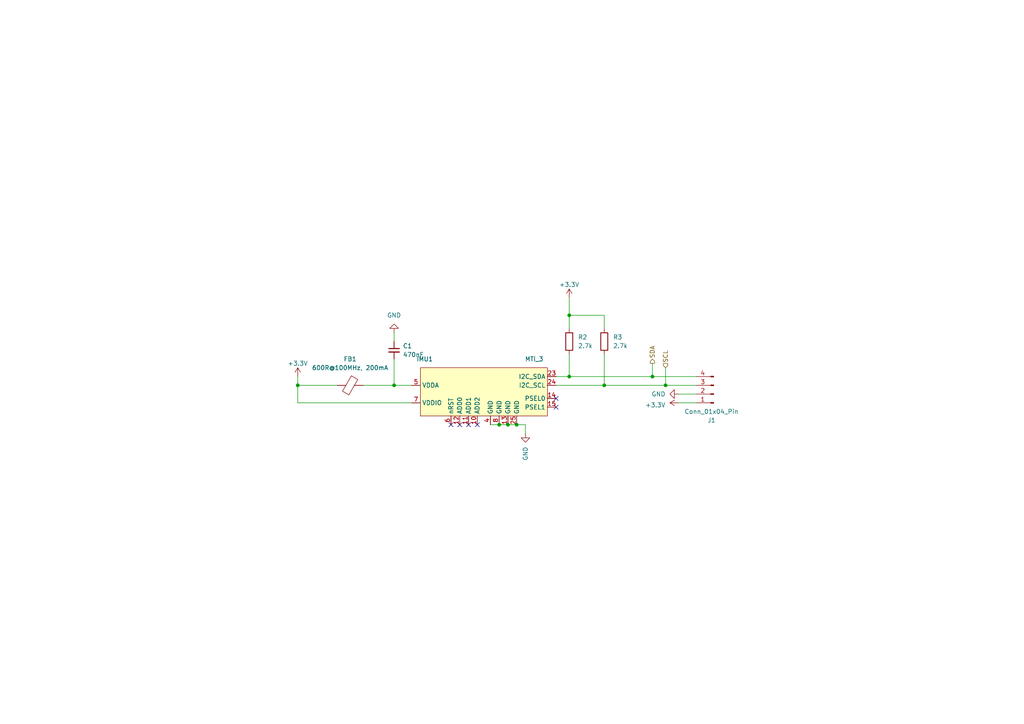
<source format=kicad_sch>
(kicad_sch (version 20230121) (generator eeschema)
  (paper "A4")
  (lib_symbols
    (symbol "Connector:Conn_01x04_Pin" (pin_names (offset 1.016) hide)
      (property "Reference" "J" (at 0 5.08 0))
      (property "Value" "Conn_01x04_Pin" (at 0 -7.62 0))
      (symbol "Conn_01x04_Pin_1_1"
        (polyline (pts (xy 1.27 -5.08) (xy 0.8636 -5.08)) (stroke (width 0.1524)))
        (polyline (pts (xy 1.27 -2.54) (xy 0.8636 -2.54)) (stroke (width 0.1524)))
        (polyline (pts (xy 1.27 0) (xy 0.8636 0)) (stroke (width 0.1524)))
        (polyline (pts (xy 1.27 2.54) (xy 0.8636 2.54)) (stroke (width 0.1524)))
        (rectangle (start 0.8636 -4.953) (end 0 -5.207) (stroke (width 0.1524)) (fill (type outline)))
        (rectangle (start 0.8636 -2.413) (end 0 -2.667) (stroke (width 0.1524)) (fill (type outline)))
        (rectangle (start 0.8636 0.127) (end 0 -0.127) (stroke (width 0.1524)) (fill (type outline)))
        (rectangle (start 0.8636 2.667) (end 0 2.413) (stroke (width 0.1524)) (fill (type outline)))
        (pin passive line (at 5.08 2.54 180) (length 3.81) (name "Pin_1") (number "1"))
        (pin passive line (at 5.08 0 180) (length 3.81) (name "Pin_2") (number "2"))
        (pin passive line (at 5.08 -2.54 180) (length 3.81) (name "Pin_3") (number "3"))
        (pin passive line (at 5.08 -5.08 180) (length 3.81) (name "Pin_4") (number "4"))
      )
    )
    (symbol "Device:C_Small" (pin_numbers hide) (pin_names (offset 0.254) hide)
      (property "Reference" "C" (at 0.254 1.778 0))
      (property "Value" "C_Small" (at 0.254 -2.032 0))
      (symbol "C_Small_0_1"
        (polyline (pts (xy -1.524 -0.508) (xy 1.524 -0.508)) (stroke (width 0.3302)))
        (polyline (pts (xy -1.524 0.508) (xy 1.524 0.508)) (stroke (width 0.3048)))
      )
      (symbol "C_Small_1_1"
        (pin passive line (at 0 2.54 270) (length 2.032) (name "~") (number "1"))
        (pin passive line (at 0 -2.54 90) (length 2.032) (name "~") (number "2"))
      )
    )
    (symbol "Device:FerriteBead" (pin_numbers hide) (pin_names (offset 0))
      (property "Reference" "FB" (at -3.81 0.635 90))
      (property "Value" "FerriteBead" (at 3.81 0 90))
      (symbol "FerriteBead_0_1"
        (polyline (pts (xy 0 -1.27) (xy 0 -1.2192)))
        (polyline (pts (xy 0 1.27) (xy 0 1.2954)))
        (polyline (pts (xy -2.7686 0.4064) (xy -1.7018 2.2606) (xy 2.7686 -0.3048) (xy 1.6764 -2.159) (xy -2.7686 0.4064)))
      )
      (symbol "FerriteBead_1_1"
        (pin passive line (at 0 3.81 270) (length 2.54) (name "~") (number "1"))
        (pin passive line (at 0 -3.81 90) (length 2.54) (name "~") (number "2"))
      )
    )
    (symbol "Device:R" (pin_numbers hide) (pin_names (offset 0))
      (property "Reference" "R" (at 2.032 0 90))
      (property "Value" "R" (at 0 0 90))
      (symbol "R_0_1"
        (rectangle (start -1.016 -2.54) (end 1.016 2.54) (stroke (width 0.254)))
      )
      (symbol "R_1_1"
        (pin passive line (at 0 3.81 270) (length 1.27) (name "~") (number "1"))
        (pin passive line (at 0 -3.81 90) (length 1.27) (name "~") (number "2"))
      )
    )
    (symbol "Sensor_Board_Components:MTi_3"
      (property "Reference" "U" (at -16.51 1.27 0))
      (property "Value" "MTi_3" (at 15.24 1.27 0))
      (symbol "MTi_3_1_1"
        (rectangle (start -17.78 -1.27) (end 19.05 -15.24) (fill (type background)))
        (pin unspecified line (at -1.27 -17.78 90) (length 2.54) (name "ADD2") (number "10"))
        (pin unspecified line (at -3.81 -17.78 90) (length 2.54) (name "ADD1") (number "11"))
        (pin unspecified line (at -6.35 -17.78 90) (length 2.54) (name "ADD0") (number "12"))
        (pin power_in line (at 7.62 -17.78 90) (length 2.54) (name "GND") (number "13"))
        (pin unspecified line (at 21.59 -10.16 180) (length 2.54) (name "PSEL0") (number "14"))
        (pin unspecified line (at 21.59 -12.7 180) (length 2.54) (name "PSEL1") (number "15"))
        (pin output line (at 21.59 -3.81 180) (length 2.54) (name "I2C_SDA") (number "23"))
        (pin input line (at 21.59 -6.35 180) (length 2.54) (name "I2C_SCL") (number "24"))
        (pin power_in line (at 10.16 -17.78 90) (length 2.54) (name "GND") (number "25"))
        (pin power_in line (at 2.54 -17.78 90) (length 2.54) (name "GND") (number "4"))
        (pin power_in line (at -20.32 -6.35 0) (length 2.54) (name "VDDA") (number "5"))
        (pin unspecified line (at -8.89 -17.78 90) (length 2.54) (name "nRST") (number "6"))
        (pin power_in line (at -20.32 -11.43 0) (length 2.54) (name "VDDIO") (number "7"))
        (pin power_in line (at 5.08 -17.78 90) (length 2.54) (name "GND") (number "8"))
      )
    )
    (symbol "power:+3.3V" (power) (pin_names (offset 0))
      (property "Value" "+3.3V" (at 0 3.556 0))
      (symbol "+3.3V_0_1"
        (polyline (pts (xy -0.762 1.27) (xy 0 2.54)))
        (polyline (pts (xy 0 0) (xy 0 2.54)))
        (polyline (pts (xy 0 2.54) (xy 0.762 1.27)))
      )
      (symbol "+3.3V_1_1"
        (pin power_in line (at 0 0 90) (length 0) hide (name "+3.3V") (number "1"))
      )
    )
    (symbol "power:GND" (power) (pin_names (offset 0))
      (property "Value" "GND" (at 0 -3.81 0))
      (symbol "GND_0_1"
        (polyline (pts (xy 0 0) (xy 0 -1.27) (xy 1.27 -1.27) (xy 0 -2.54) (xy -1.27 -1.27) (xy 0 -1.27)))
      )
      (symbol "GND_1_1"
        (pin power_in line (at 0 0 270) (length 0) hide (name "GND") (number "1"))
      )
    )
  )
  (junction (at 147.32 123.19))
  (junction (at 86.36 111.76))
  (junction (at 149.86 123.19))
  (junction (at 144.78 123.19))
  (junction (at 165.1 109.22))
  (junction (at 189.23 109.22))
  (junction (at 175.26 111.76))
  (junction (at 193.04 111.76))
  (junction (at 114.3 111.76))
  (junction (at 165.1 91.44))
  (no_connect (at 130.81 123.19))
  (no_connect (at 161.29 115.57))
  (no_connect (at 138.43 123.19))
  (no_connect (at 135.89 123.19))
  (no_connect (at 133.35 123.19))
  (no_connect (at 161.29 118.11))
  (wire (pts (xy 149.86 123.19) (xy 152.4 123.19)))
  (wire (pts (xy 86.36 116.84) (xy 86.36 111.76)))
  (wire (pts (xy 196.85 114.3) (xy 201.93 114.3)))
  (wire (pts (xy 196.85 116.84) (xy 201.93 116.84)))
  (wire (pts (xy 161.29 109.22) (xy 165.1 109.22)))
  (wire (pts (xy 189.23 109.22) (xy 201.93 109.22)))
  (wire (pts (xy 114.3 96.52) (xy 114.3 99.06)))
  (wire (pts (xy 152.4 123.19) (xy 152.4 125.73)))
  (wire (pts (xy 105.41 111.76) (xy 114.3 111.76)))
  (wire (pts (xy 189.23 105.41) (xy 189.23 109.22)))
  (wire (pts (xy 147.32 123.19) (xy 149.86 123.19)))
  (wire (pts (xy 165.1 109.22) (xy 165.1 102.87)))
  (wire (pts (xy 86.36 116.84) (xy 119.38 116.84)))
  (wire (pts (xy 165.1 91.44) (xy 175.26 91.44)))
  (wire (pts (xy 142.24 123.19) (xy 144.78 123.19)))
  (wire (pts (xy 86.36 109.22) (xy 86.36 111.76)))
  (wire (pts (xy 175.26 111.76) (xy 193.04 111.76)))
  (wire (pts (xy 165.1 86.36) (xy 165.1 91.44)))
  (wire (pts (xy 86.36 111.76) (xy 97.79 111.76)))
  (wire (pts (xy 161.29 111.76) (xy 175.26 111.76)))
  (wire (pts (xy 144.78 123.19) (xy 147.32 123.19)))
  (wire (pts (xy 165.1 91.44) (xy 165.1 95.25)))
  (wire (pts (xy 175.26 102.87) (xy 175.26 111.76)))
  (wire (pts (xy 175.26 95.25) (xy 175.26 91.44)))
  (wire (pts (xy 114.3 111.76) (xy 119.38 111.76)))
  (wire (pts (xy 114.3 104.14) (xy 114.3 111.76)))
  (wire (pts (xy 193.04 111.76) (xy 201.93 111.76)))
  (wire (pts (xy 165.1 109.22) (xy 189.23 109.22)))
  (wire (pts (xy 193.04 106.68) (xy 193.04 111.76)))
  (hierarchical_label "SDA" (shape output) (at 189.23 105.41 90))
  (hierarchical_label "SCL" (shape input) (at 193.04 106.68 90))
  (symbol (lib_id "Sensor_Board_Components:MTi_3") (at 139.7 105.41 0) (unit 1)
    (property "Reference" "IMU1" (at 123.19 104.14 0))
    (property "Value" "MTi_3" (at 154.94 104.14 0))
    (property "Footprint" "Package_LCC:PLCC-28_THT-Socket" (effects hide))
  )
  (symbol (lib_id "power:GND") (at 152.4 125.73 0) (unit 1)
    (property "Reference" "#PWR02" (effects hide))
    (property "Value" "GND" (at 152.4 129.54 90) (effects (justify right)))
  )
  (symbol (lib_id "power:+3.3V") (at 86.36 109.22 0) (unit 1)
    (property "Reference" "#PWR04" (effects hide))
    (property "Value" "+3.3V" (at 86.36 105.41 0))
  )
  (symbol (lib_id "power:+3.3V") (at 165.1 86.36 0) (unit 1)
    (property "Reference" "#PWR04" (effects hide))
    (property "Value" "+3.3V" (at 165.1 82.55 0))
  )
  (symbol (lib_id "Device:R") (at 165.1 99.06 180) (unit 1)
    (property "Reference" "R2" (at 167.64 97.79 0) (effects (justify right)))
    (property "Value" "2.7k" (at 167.64 100.33 0) (effects (justify right)))
    (property "Footprint" "Resistor_SMD:R_0805_2012Metric_Pad1.20x1.40mm_HandSolder" (effects hide))
  )
  (symbol (lib_id "Device:FerriteBead") (at 101.6 111.76 90) (unit 1)
    (property "Reference" "FB1" (at 101.5492 104.14 90))
    (property "Value" "600R@100MHz, 200mA" (at 101.5492 106.68 90))
    (property "Footprint" "Ferrite_SMD_AKL:Ferrite_0805_2012Metric_Pad1.15x1.40mm_BigPads" (effects hide))
  )
  (symbol (lib_id "Device:C_Small") (at 114.3 101.6 0) (unit 1)
    (property "Reference" "C1" (at 116.84 100.3363 0) (effects (justify left)))
    (property "Value" "470nF" (at 116.84 102.8763 0) (effects (justify left)))
    (property "Footprint" "Capacitor_SMD:C_0805_2012Metric_Pad1.18x1.45mm_HandSolder" (effects hide))
  )
  (symbol (lib_id "power:GND") (at 114.3 96.52 180) (unit 1)
    (property "Reference" "#PWR04" (effects hide))
    (property "Value" "GND" (at 114.3 91.44 0))
  )
  (symbol (lib_id "Device:R") (at 175.26 99.06 180) (unit 1)
    (property "Reference" "R3" (at 177.8 97.79 0) (effects (justify right)))
    (property "Value" "2.7k" (at 177.8 100.33 0) (effects (justify right)))
    (property "Footprint" "Resistor_SMD:R_0805_2012Metric_Pad1.20x1.40mm_HandSolder" (effects hide))
  )
  (symbol (lib_id "Connector:Conn_01x04_Pin") (at 207.01 114.3 180) (unit 1)
    (property "Reference" "J1" (at 206.375 121.92 0))
    (property "Value" "Conn_01x04_Pin" (at 206.375 119.38 0))
    (property "Footprint" "Connector_JST:JST_XH_B4B-XH-A_1x04_P2.50mm_Vertical" (effects hide))
  )
  (symbol (lib_id "power:+3.3V") (at 196.85 116.84 90) (unit 1)
    (property "Reference" "#PWR04" (effects hide))
    (property "Value" "+3.3V" (at 193.04 117.475 90) (effects (justify left)))
  )
  (symbol (lib_id "power:GND") (at 196.85 114.3 270) (unit 1)
    (property "Reference" "#PWR06" (effects hide))
    (property "Value" "GND" (at 193.04 114.3 90) (effects (justify right)))
  )
)
</source>
